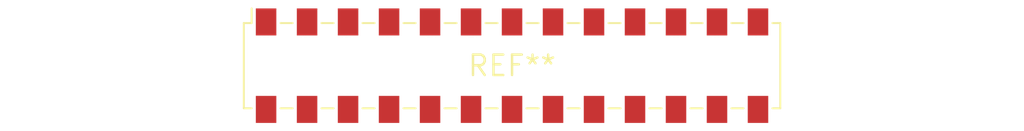
<source format=kicad_pcb>
(kicad_pcb (version 20240108) (generator pcbnew)
  (layers (0 "F.Cu" signal) (31 "B.Cu" signal) (34 "B.Paste" user) (35 "F.Paste" user) (36 "B.SilkS" user "B.Silkscreen") (37 "F.SilkS" user "F.Silkscreen") (38 "B.Mask" user) (39 "F.Mask" user) (44 "Edge.Cuts" user))
  (net 0 "")
  (footprint "Samtec_HLE-113-02-xxx-DV-BE-LC_2x13_P2.54mm_Horizontal" (layer "F.Cu") (at 0 0)
    (property "Reference" "REF**")
    (property "Value" "Samtec_HLE-113-02-xxx-DV-BE-LC_2x13_P2.54mm_Horizontal")
    (fp_line (start -16.62 -2.65) (end -16.62 2.65) (layer "F.SilkS") (stroke (width 0.12)))
    (fp_line (start -16.62 2.65) (end -16.135 2.65) (layer "F.SilkS") (stroke (width 0.12)))
    (fp_line (start -16.135 -3.56) (end -16.135 -2.65) (layer "F.SilkS") (stroke (width 0.12)))
    (fp_line (start -16.135 -2.65) (end -16.62 -2.65) (layer "F.SilkS") (stroke (width 0.12)))
    (fp_line (start -14.345 -2.65) (end -13.595 -2.65) (layer "F.SilkS") (stroke (width 0.12)))
    (fp_line (start -14.345 2.65) (end -13.595 2.65) (layer "F.SilkS") (stroke (width 0.12)))
    (fp_line (start -11.805 -2.65) (end -11.055 -2.65) (layer "F.SilkS") (stroke (width 0.12)))
    (fp_line (start -11.805 2.65) (end -11.055 2.65) (layer "F.SilkS") (stroke (width 0.12)))
    (fp_line (start -9.265 -2.65) (end -8.515 -2.65) (layer "F.SilkS") (stroke (width 0.12)))
    (fp_line (start -9.265 2.65) (end -8.515 2.65) (layer "F.SilkS") (stroke (width 0.12)))
    (fp_line (start -6.725 -2.65) (end -5.975 -2.65) (layer "F.SilkS") (stroke (width 0.12)))
    (fp_line (start -6.725 2.65) (end -5.975 2.65) (layer "F.SilkS") (stroke (width 0.12)))
    (fp_line (start -4.185 -2.65) (end -3.435 -2.65) (layer "F.SilkS") (stroke (width 0.12)))
    (fp_line (start -4.185 2.65) (end -3.435 2.65) (layer "F.SilkS") (stroke (width 0.12)))
    (fp_line (start -1.645 -2.65) (end -0.895 -2.65) (layer "F.SilkS") (stroke (width 0.12)))
    (fp_line (start -1.645 2.65) (end -0.895 2.65) (layer "F.SilkS") (stroke (width 0.12)))
    (fp_line (start 0.895 -2.65) (end 1.645 -2.65) (layer "F.SilkS") (stroke (width 0.12)))
    (fp_line (start 0.895 2.65) (end 1.645 2.65) (layer "F.SilkS") (stroke (width 0.12)))
    (fp_line (start 3.435 -2.65) (end 4.185 -2.65) (layer "F.SilkS") (stroke (width 0.12)))
    (fp_line (start 3.435 2.65) (end 4.185 2.65) (layer "F.SilkS") (stroke (width 0.12)))
    (fp_line (start 5.975 -2.65) (end 6.725 -2.65) (layer "F.SilkS") (stroke (width 0.12)))
    (fp_line (start 5.975 2.65) (end 6.725 2.65) (layer "F.SilkS") (stroke (width 0.12)))
    (fp_line (start 8.515 -2.65) (end 9.265 -2.65) (layer "F.SilkS") (stroke (width 0.12)))
    (fp_line (start 8.515 2.65) (end 9.265 2.65) (layer "F.SilkS") (stroke (width 0.12)))
    (fp_line (start 11.055 -2.65) (end 11.805 -2.65) (layer "F.SilkS") (stroke (width 0.12)))
    (fp_line (start 11.055 2.65) (end 11.805 2.65) (layer "F.SilkS") (stroke (width 0.12)))
    (fp_line (start 13.595 -2.65) (end 14.345 -2.65) (layer "F.SilkS") (stroke (width 0.12)))
    (fp_line (start 13.595 2.65) (end 14.345 2.65) (layer "F.SilkS") (stroke (width 0.12)))
    (fp_line (start 16.135 -2.65) (end 16.62 -2.65) (layer "F.SilkS") (stroke (width 0.12)))
    (fp_line (start 16.62 -2.65) (end 16.62 2.65) (layer "F.SilkS") (stroke (width 0.12)))
    (fp_line (start 16.62 2.65) (end 16.135 2.65) (layer "F.SilkS") (stroke (width 0.12)))
    (pad "" np_thru_hole circle (at -15.24 -1.27) (size 0.97 0.97) (drill 0.97) (layers *.Cu *.Mask))
    (pad "" np_thru_hole circle (at -15.24 1.27) (size 0.97 0.97) (drill 0.97) (layers *.Cu *.Mask))
    (pad "" np_thru_hole circle (at -13.97 0) (size 1.19 1.19) (drill 1.19) (layers *.Cu *.Mask))
    (pad "" np_thru_hole circle (at -12.7 -1.27) (size 0.97 0.97) (drill 0.97) (layers *.Cu *.Mask))
    (pad "" np_thru_hole circle (at -12.7 1.27) (size 0.97 0.97) (drill 0.97) (layers *.Cu *.Mask))
    (pad "" np_thru_hole circle (at -10.16 -1.27) (size 0.97 0.97) (drill 0.97) (layers *.Cu *.Mask))
    (pad "" np_thru_hole circle (at -10.16 1.27) (size 0.97 0.97) (drill 0.97) (layers *.Cu *.Mask))
    (pad "" np_thru_hole circle (at -7.62 -1.27) (size 0.97 0.97) (drill 0.97) (layers *.Cu *.Mask))
    (pad "" np_thru_hole circle (at -7.62 1.27) (size 0.97 0.97) (drill 0.97) (layers *.Cu *.Mask))
    (pad "" np_thru_hole circle (at -5.08 -1.27) (size 0.97 0.97) (drill 0.97) (layers *.Cu *.Mask))
    (pad "" np_thru_hole circle (at -5.08 1.27) (size 0.97 0.97) (drill 0.97) (layers *.Cu *.Mask))
    (pad "" np_thru_hole circle (at -2.54 -1.27) (size 0.97 0.97) (drill 0.97) (layers *.Cu *.Mask))
    (pad "" np_thru_hole circle (at -2.54 1.27) (size 0.97 0.97) (drill 0.97) (layers *.Cu *.Mask))
    (pad "" np_thru_hole circle (at 0 -1.27) (size 0.97 0.97) (drill 0.97) (layers *.Cu *.Mask))
    (pad "" np_thru_hole circle (at 0 1.27) (size 0.97 0.97) (drill 0.97) (layers *.Cu *.Mask))
    (pad "" np_thru_hole circle (at 2.54 -1.27) (size 0.97 0.97) (drill 0.97) (layers *.Cu *.Mask))
    (pad "" np_thru_hole circle (at 2.54 1.27) (size 0.97 0.97) (drill 0.97) (layers *.Cu *.Mask))
    (pad "" np_thru_hole circle (at 5.08 -1.27) (size 0.97 0.97) (drill 0.97) (layers *.Cu *.Mask))
    (pad "" np_thru_hole circle (at 5.08 1.27) (size 0.97 0.97) (drill 0.97) (layers *.Cu *.Mask))
    (pad "" np_thru_hole circle (at 7.62 -1.27) (size 0.97 0.97) (drill 0.97) (layers *.Cu *.Mask))
    (pad "" np_thru_hole circle (at 7.62 1.27) (size 0.97 0.97) (drill 0.97) (layers *.Cu *.Mask))
    (pad "" np_thru_hole circle (at 10.16 -1.27) (size 0.97 0.97) (drill 0.97) (layers *.Cu *.Mask))
    (pad "" np_thru_hole circle (at 10.16 1.27) (size 0.97 0.97) (drill 0.97) (layers *.Cu *.Mask))
    (pad "" np_thru_hole circle (at 12.7 -1.27) (size 0.97 0.97) (drill 0.97) (layers *.Cu *.Mask))
    (pad "" np_thru_hole circle (at 12.7 1.27) (size 0.97 0.97) (drill 0.97) (layers *.Cu *.Mask))
    (pad "" np_thru_hole circle (at 13.97 0) (size 1.19 1.19) (drill 1.19) (layers *.Cu *.Mask))
    (pad "" np_thru_hole circle (at 15.24 -1.27) (size 0.97 0.97) (drill 0.97) (layers *.Cu *.Mask))
    (pad "" np_thru_hole circle (at 15.24 1.27) (size 0.97 0.97) (drill 0.97) (layers *.Cu *.Mask))
    (pad "1" smd rect (at -15.24 -2.72) (size 1.27 1.68) (layers "F.Cu" "F.Paste" "F.Mask"))
    (pad "2" smd rect (at -15.24 2.72) (size 1.27 1.68) (layers "F.Cu" "F.Paste" "F.Mask"))
    (pad "3" smd rect (at -12.7 -2.72) (size 1.27 1.68) (layers "F.Cu" "F.Paste" "F.Mask"))
    (pad "4" smd rect (at -12.7 2.72) (size 1.27 1.68) (layers "F.Cu" "F.Paste" "F.Mask"))
    (pad "5" smd rect (at -10.16 -2.72) (size 1.27 1.68) (layers "F.Cu" "F.Paste" "F.Mask"))
    (pad "6" smd rect (at -10.16 2.72) (size 1.27 1.68) (layers "F.Cu" "F.Paste" "F.Mask"))
    (pad "7" smd rect (at -7.62 -2.72) (size 1.27 1.68) (layers "F.Cu" "F.Paste" "F.Mask"))
    (pad "8" smd rect (at -7.62 2.72) (size 1.27 1.68) (layers "F.Cu" "F.Paste" "F.Mask"))
    (pad "9" smd rect (at -5.08 -2.72) (size 1.27 1.68) (layers "F.Cu" "F.Paste" "F.Mask"))
    (pad "10" smd rect (at -5.08 2.72) (size 1.27 1.68) (layers "F.Cu" "F.Paste" "F.Mask"))
    (pad "11" smd rect (at -2.54 -2.72) (size 1.27 1.68) (layers "F.Cu" "F.Paste" "F.Mask"))
    (pad "12" smd rect (at -2.54 2.72) (size 1.27 1.68) (layers "F.Cu" "F.Paste" "F.Mask"))
    (pad "13" smd rect (at 0 -2.72) (size 1.27 1.68) (layers "F.Cu" "F.Paste" "F.Mask"))
    (pad "14" smd rect (at 0 2.72) (size 1.27 1.68) (layers "F.Cu" "F.Paste" "F.Mask"))
    (pad "15" smd rect (at 2.54 -2.72) (size 1.27 1.68) (layers "F.Cu" "F.Paste" "F.Mask"))
    (pad "16" smd rect (at 2.54 2.72) (size 1.27 1.68) (layers "F.Cu" "F.Paste" "F.Mask"))
    (pad "17" smd rect (at 5.08 -2.72) (size 1.27 1.68) (layers "F.Cu" "F.Paste" "F.Mask"))
    (pad "18" smd rect (at 5.08 2.72) (size 1.27 1.68) (layers "F.Cu" "F.Paste" "F.Mask"))
    (pad "19" smd rect (at 7.62 -2.72) (size 1.27 1.68) (layers "F.Cu" "F.Paste" "F.Mask"))
    (pad "20" smd rect (at 7.62 2.72) (size 1.27 1.68) (layers "F.Cu" "F.Paste" "F.Mask"))
    (pad "21" smd rect (at 10.16 -2.72) (size 1.27 1.68) (layers "F.Cu" "F.Paste" "F.Mask"))
    (pad "22" smd rect (at 10.16 2.72) (size 1.27 1.68) (layers "F.Cu" "F.Paste" "F.Mask"))
    (pad "23" smd rect (at 12.7 -2.72) (size 1.27 1.68) (layers "F.Cu" "F.Paste" "F.Mask"))
    (pad "24" smd rect (at 12.7 2.72) (size 1.27 1.68) (layers "F.Cu" "F.Paste" "F.Mask"))
    (pad "25" smd rect (at 15.24 -2.72) (size 1.27 1.68) (layers "F.Cu" "F.Paste" "F.Mask"))
    (pad "26" smd rect (at 15.24 2.72) (size 1.27 1.68) (layers "F.Cu" "F.Paste" "F.Mask"))
  )
)
</source>
